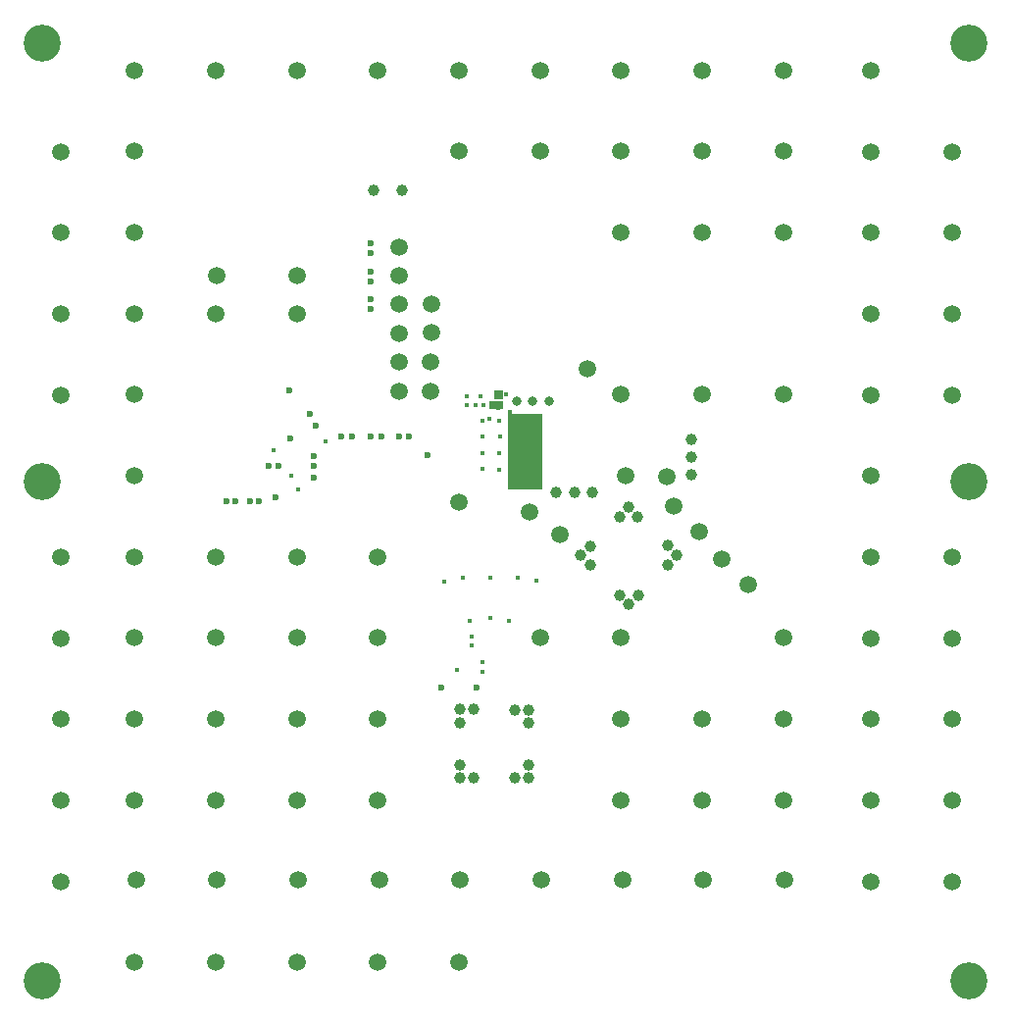
<source format=gbr>
%TF.GenerationSoftware,KiCad,Pcbnew,8.0.0*%
%TF.CreationDate,2024-04-09T17:38:53-07:00*%
%TF.ProjectId,phi2_50MHz_EPC2214,70686932-5f35-4304-9d48-7a5f45504332,rev?*%
%TF.SameCoordinates,Original*%
%TF.FileFunction,Soldermask,Bot*%
%TF.FilePolarity,Negative*%
%FSLAX46Y46*%
G04 Gerber Fmt 4.6, Leading zero omitted, Abs format (unit mm)*
G04 Created by KiCad (PCBNEW 8.0.0) date 2024-04-09 17:38:53*
%MOMM*%
%LPD*%
G01*
G04 APERTURE LIST*
%ADD10C,0.100000*%
%ADD11C,0.050000*%
%ADD12C,3.200000*%
%ADD13C,0.400000*%
%ADD14C,1.500000*%
%ADD15C,0.600000*%
%ADD16C,1.000000*%
%ADD17C,0.800000*%
G04 APERTURE END LIST*
D10*
X44870000Y-35880000D02*
X47750000Y-35880000D01*
X47750000Y-42250000D01*
X44870000Y-42250000D01*
X44870000Y-35880000D01*
G36*
X44870000Y-35880000D02*
G01*
X47750000Y-35880000D01*
X47750000Y-42250000D01*
X44870000Y-42250000D01*
X44870000Y-35880000D01*
G37*
D11*
X43250000Y-34760000D02*
X44370000Y-34760000D01*
X44370000Y-35340000D01*
X43250000Y-35340000D01*
X43250000Y-34760000D01*
G36*
X43250000Y-34760000D02*
G01*
X44370000Y-34760000D01*
X44370000Y-35340000D01*
X43250000Y-35340000D01*
X43250000Y-34760000D01*
G37*
X43680000Y-33820000D02*
X44370000Y-33820000D01*
X44370000Y-34480000D01*
X43680000Y-34480000D01*
X43680000Y-33820000D01*
G36*
X43680000Y-33820000D02*
G01*
X44370000Y-33820000D01*
X44370000Y-34480000D01*
X43680000Y-34480000D01*
X43680000Y-33820000D01*
G37*
D12*
%TO.C,REF\u002A\u002A*%
X84670000Y-84800000D03*
%TD*%
%TO.C,REF\u002A\u002A*%
X84670000Y-41720000D03*
%TD*%
%TO.C,REF\u002A\u002A*%
X84670000Y-3800000D03*
%TD*%
%TO.C,REF\u002A\u002A*%
X4670000Y-84800000D03*
%TD*%
%TO.C,REF\u002A\u002A*%
X4670000Y-41720000D03*
%TD*%
%TO.C,REF\u002A\u002A*%
X4670000Y-3800000D03*
%TD*%
D13*
X42030000Y-35050000D03*
X45040000Y-35660000D03*
D14*
X19720000Y-76070000D03*
X26720000Y-76070000D03*
X12720000Y-76070000D03*
X68720000Y-76070000D03*
X40720000Y-76070000D03*
X33720000Y-76070000D03*
X47720000Y-76070000D03*
X61720000Y-76070000D03*
X54720000Y-76070000D03*
X38120000Y-33920000D03*
X38220000Y-28820000D03*
X35470000Y-31320000D03*
X35470000Y-26370000D03*
X68620000Y-69170000D03*
X76205000Y-76200000D03*
D13*
X39320000Y-50325000D03*
X46420000Y-36420000D03*
X46420000Y-40620000D03*
X46420000Y-39220000D03*
X46420000Y-37820000D03*
X41260000Y-35070000D03*
D14*
X61320000Y-45970000D03*
X65560000Y-50560000D03*
X35420000Y-21470000D03*
X63320000Y-48410000D03*
X40620000Y-83180000D03*
X33620000Y-83180000D03*
X26620000Y-83180000D03*
X19620000Y-83180000D03*
X12620000Y-83180000D03*
X83205000Y-76200000D03*
X61620000Y-69170000D03*
X54620000Y-69170000D03*
X33620000Y-69170000D03*
X26620000Y-69170000D03*
X19620000Y-69170000D03*
X12620000Y-69170000D03*
X6205000Y-76200000D03*
X83205000Y-69200000D03*
X76205000Y-69200000D03*
X68620000Y-62170000D03*
X61620000Y-62170000D03*
X54620000Y-62170000D03*
X33620000Y-62170000D03*
X26620000Y-62170000D03*
X19620000Y-62170000D03*
X12620000Y-62170000D03*
X6205000Y-69200000D03*
X83205000Y-62200000D03*
X76205000Y-62200000D03*
X68620000Y-55170000D03*
X54620000Y-55170000D03*
X47620000Y-55170000D03*
X33620000Y-55170000D03*
X26620000Y-55170000D03*
X19620000Y-55170000D03*
X12620000Y-55170000D03*
X6205000Y-62200000D03*
X83205000Y-55200000D03*
X76205000Y-55200000D03*
X33620000Y-48170000D03*
X26620000Y-48170000D03*
X19620000Y-48170000D03*
X12620000Y-48170000D03*
X6205000Y-55200000D03*
X83205000Y-48200000D03*
X76205000Y-48200000D03*
X12620000Y-41170000D03*
X6205000Y-48200000D03*
X76205000Y-41200000D03*
X68620000Y-34170000D03*
X61620000Y-34170000D03*
X54620000Y-34170000D03*
X12620000Y-34170000D03*
X83205000Y-34200000D03*
X76205000Y-34200000D03*
X26620000Y-27170000D03*
X19620000Y-27170000D03*
X12620000Y-27170000D03*
X6205000Y-34200000D03*
X83205000Y-27200000D03*
X76205000Y-27200000D03*
X68620000Y-20170000D03*
X61620000Y-20170000D03*
X54620000Y-20170000D03*
X12620000Y-20170000D03*
X6205000Y-27200000D03*
X83205000Y-20200000D03*
X76205000Y-20200000D03*
X68620000Y-13170000D03*
X61620000Y-13170000D03*
X54620000Y-13170000D03*
X47620000Y-13170000D03*
X40620000Y-13170000D03*
X12620000Y-13170000D03*
X6205000Y-20200000D03*
X83205000Y-13200000D03*
X76205000Y-13200000D03*
X68620000Y-6170000D03*
X61620000Y-6170000D03*
X54620000Y-6170000D03*
X47620000Y-6170000D03*
X40620000Y-6170000D03*
X33620000Y-6170000D03*
X26620000Y-6170000D03*
X19620000Y-6170000D03*
X12620000Y-6170000D03*
X6205000Y-13200000D03*
X76205000Y-6200000D03*
D13*
X42480000Y-34360000D03*
X41290000Y-34290000D03*
X26150000Y-41180000D03*
D15*
X26010000Y-37930000D03*
X25970000Y-33830000D03*
D16*
X49020000Y-42580000D03*
X50610000Y-42580000D03*
X52160000Y-42580000D03*
X60680000Y-41100000D03*
X60690000Y-39540000D03*
X60720000Y-38010000D03*
D14*
X49360000Y-46260000D03*
D13*
X42760000Y-35040000D03*
X43280000Y-36300000D03*
D14*
X58570000Y-41220000D03*
X55020000Y-41170000D03*
X38120000Y-31320000D03*
X38220000Y-26370000D03*
D13*
X45270000Y-40620000D03*
X45270000Y-39220000D03*
X45270000Y-37820000D03*
X45270000Y-36420000D03*
D14*
X59180000Y-43800000D03*
X46750000Y-44290000D03*
X40620000Y-43470000D03*
X51690000Y-31980000D03*
X35470000Y-33870000D03*
X35470000Y-28870000D03*
X35470000Y-23870000D03*
X26620000Y-23870000D03*
X19720000Y-23870000D03*
D17*
X45600000Y-34750000D03*
X46960000Y-34760000D03*
X48370000Y-34770000D03*
D13*
X44717653Y-34170000D03*
D15*
X37870000Y-39420000D03*
D13*
X40920000Y-49995000D03*
D16*
X41895000Y-67270000D03*
D13*
X41720000Y-55845000D03*
D15*
X35420000Y-37770000D03*
X24170000Y-40370000D03*
D16*
X46620000Y-61370000D03*
X51120000Y-48070000D03*
X54520000Y-51470000D03*
D15*
X39080000Y-59450000D03*
X33020000Y-37770000D03*
D16*
X59445000Y-48045000D03*
D15*
X33020000Y-23570000D03*
D13*
X41720000Y-55045000D03*
D15*
X22620000Y-43420000D03*
X33020000Y-21970000D03*
X33020000Y-24420000D03*
X28070000Y-40370000D03*
X33920000Y-37770000D03*
D16*
X46620000Y-66195000D03*
D15*
X36320000Y-37770000D03*
D16*
X51920000Y-47270000D03*
D15*
X33020000Y-25920000D03*
D16*
X58620000Y-47220000D03*
X55245000Y-43895000D03*
D15*
X23320000Y-43420000D03*
D13*
X43976666Y-35346266D03*
D16*
X33220000Y-16570000D03*
X58645000Y-48870000D03*
X55270000Y-52295000D03*
D13*
X42670000Y-58145000D03*
D15*
X28220000Y-36870000D03*
D13*
X43320000Y-53495000D03*
D16*
X40695000Y-61345000D03*
X40670000Y-67270000D03*
D15*
X28070000Y-39470000D03*
D16*
X46645000Y-67270000D03*
X35670000Y-16570000D03*
D15*
X31420000Y-37770000D03*
X27760000Y-35860000D03*
D16*
X56120000Y-51470000D03*
D15*
X30470000Y-37770000D03*
X24770000Y-43070000D03*
X42140000Y-59460000D03*
D16*
X40670000Y-66120000D03*
D15*
X25070000Y-40370000D03*
D16*
X56020000Y-44695000D03*
D13*
X45720000Y-49995000D03*
X44970000Y-53745000D03*
D15*
X20570000Y-43420000D03*
D13*
X43320000Y-49995000D03*
D15*
X33020000Y-26820000D03*
D16*
X40695000Y-62495000D03*
D15*
X28070000Y-41320000D03*
D13*
X24570000Y-38970000D03*
D16*
X41870000Y-61345000D03*
D13*
X47320000Y-50195000D03*
D16*
X46620000Y-62520000D03*
D15*
X21270000Y-43420000D03*
D16*
X45445000Y-67270000D03*
X51920000Y-48870000D03*
X54495000Y-44745000D03*
D13*
X42670000Y-57295000D03*
D15*
X33020000Y-21120000D03*
D13*
X40420000Y-57945000D03*
D16*
X45470000Y-61370000D03*
D13*
X41520000Y-53695000D03*
X29095000Y-38220000D03*
X26720000Y-42370000D03*
X44110000Y-40640000D03*
X44130000Y-37830000D03*
X44110000Y-39210000D03*
X42670000Y-37800000D03*
X42670000Y-39210000D03*
X42680000Y-40600000D03*
X44120000Y-36420000D03*
X42660000Y-36410000D03*
M02*

</source>
